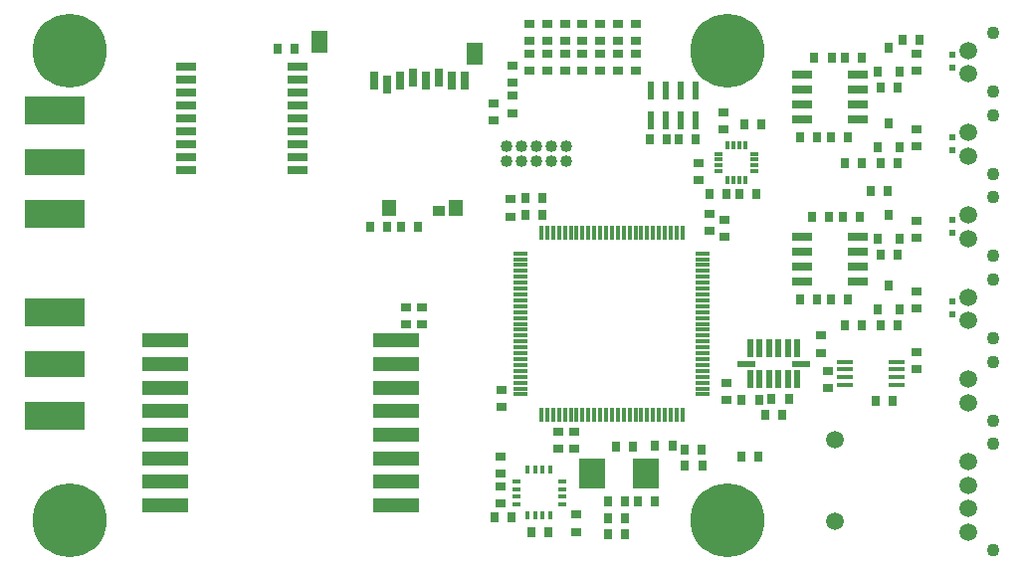
<source format=gts>
G04 #@! TF.FileFunction,Soldermask,Top*
%FSLAX46Y46*%
G04 Gerber Fmt 4.6, Leading zero omitted, Abs format (unit mm)*
G04 Created by KiCad (PCBNEW 0.201505061231+5645~23~ubuntu14.04.1-product) date Wed 06 May 2015 16:24:11 BST*
%MOMM*%
G01*
G04 APERTURE LIST*
%ADD10C,0.100000*%
%ADD11C,1.500000*%
%ADD12R,0.700000X0.950000*%
%ADD13R,0.950000X0.700000*%
%ADD14R,0.300000X1.200000*%
%ADD15R,1.200000X0.300000*%
%ADD16R,1.400000X0.400000*%
%ADD17R,0.550000X1.545000*%
%ADD18R,1.545000X0.550000*%
%ADD19R,0.300000X0.800000*%
%ADD20R,0.800000X0.300000*%
%ADD21R,0.600000X1.500000*%
%ADD22C,1.100000*%
%ADD23C,1.016000*%
%ADD24R,5.080000X2.286000*%
%ADD25R,5.080000X2.413000*%
%ADD26R,1.780000X0.720000*%
%ADD27R,0.700000X0.900000*%
%ADD28R,4.000000X1.300000*%
%ADD29R,2.300000X2.500000*%
%ADD30R,1.800000X0.700000*%
%ADD31R,1.800000X0.800000*%
%ADD32R,1.300000X1.400000*%
%ADD33R,1.000000X0.950000*%
%ADD34R,1.400000X1.900000*%
%ADD35R,0.800000X1.500000*%
%ADD36R,0.500000X0.600000*%
%ADD37C,6.300000*%
%ADD38C,0.600000*%
G04 APERTURE END LIST*
D10*
D11*
X167600000Y-85100000D03*
X167600000Y-78100000D03*
D12*
X141286400Y-59029600D03*
X142736400Y-59029600D03*
X152335400Y-78663800D03*
X153785400Y-78663800D03*
D13*
X144068800Y-77456200D03*
X144068800Y-78906200D03*
D12*
X156325400Y-80340200D03*
X154875400Y-80340200D03*
D13*
X156921200Y-60364200D03*
X156921200Y-58914200D03*
D12*
X148275000Y-83400000D03*
X149725000Y-83400000D03*
X152325000Y-83400000D03*
X150875000Y-83400000D03*
X156300000Y-78968600D03*
X154850000Y-78968600D03*
D13*
X139268200Y-75324800D03*
X139268200Y-73874800D03*
X145440400Y-77456200D03*
X145440400Y-78906200D03*
X158216600Y-60846800D03*
X158216600Y-59396800D03*
X158394400Y-73290600D03*
X158394400Y-74740600D03*
D12*
X142725000Y-57600000D03*
X141275000Y-57600000D03*
D13*
X140000000Y-59125000D03*
X140000000Y-57675000D03*
X174600000Y-72125000D03*
X174600000Y-70675000D03*
D12*
X171075000Y-74800000D03*
X172525000Y-74800000D03*
D13*
X167000000Y-72275000D03*
X167000000Y-73725000D03*
D12*
X120175000Y-44900000D03*
X121625000Y-44900000D03*
D13*
X132500000Y-68325000D03*
X132500000Y-66875000D03*
X131100000Y-68325000D03*
X131100000Y-66875000D03*
X138600000Y-49475000D03*
X138600000Y-50925000D03*
D12*
X159701400Y-74726800D03*
X161151400Y-74726800D03*
X148275000Y-84800000D03*
X149725000Y-84800000D03*
X163107200Y-76047600D03*
X161657200Y-76047600D03*
X148275000Y-86200000D03*
X149725000Y-86200000D03*
X163691400Y-74676000D03*
X162241400Y-74676000D03*
D13*
X139191000Y-79582800D03*
X139191000Y-81032800D03*
X139191000Y-83532800D03*
X139191000Y-82082800D03*
D12*
X151850300Y-52582500D03*
X153300300Y-52582500D03*
X159454400Y-57246000D03*
X160904400Y-57246000D03*
X159875000Y-51300000D03*
X161325000Y-51300000D03*
D13*
X158100000Y-50275000D03*
X158100000Y-51725000D03*
X150650000Y-44200000D03*
X150650000Y-42750000D03*
X149148000Y-44204400D03*
X149148000Y-42754400D03*
X144648000Y-44204400D03*
X144648000Y-42754400D03*
X143148000Y-44204400D03*
X143148000Y-42754400D03*
X147648000Y-44204400D03*
X147648000Y-42754400D03*
X146148000Y-44204400D03*
X146148000Y-42754400D03*
D14*
X142646400Y-76022200D03*
X143146400Y-76022200D03*
X143646400Y-76022200D03*
X144146400Y-76022200D03*
X144646400Y-76022200D03*
X145146400Y-76022200D03*
X145646400Y-76022200D03*
X146146400Y-76022200D03*
X146646400Y-76022200D03*
X147146400Y-76022200D03*
X147646400Y-76022200D03*
X148146400Y-76022200D03*
X148646400Y-76022200D03*
X149146400Y-76022200D03*
X149646400Y-76022200D03*
X150146400Y-76022200D03*
X150646400Y-76022200D03*
X151146400Y-76022200D03*
X151646400Y-76022200D03*
X152146400Y-76022200D03*
X152646400Y-76022200D03*
X153146400Y-76022200D03*
X153646400Y-76022200D03*
X154146400Y-76022200D03*
X154646400Y-76022200D03*
D15*
X156396400Y-74272200D03*
X156396400Y-73772200D03*
X156396400Y-73272200D03*
X156396400Y-72772200D03*
X156396400Y-72272200D03*
X156396400Y-71772200D03*
X156396400Y-71272200D03*
X156396400Y-70772200D03*
X156396400Y-70272200D03*
X156396400Y-69772200D03*
X156396400Y-69272200D03*
X156396400Y-68772200D03*
X156396400Y-68272200D03*
X156396400Y-67772200D03*
X156396400Y-67272200D03*
X156396400Y-66772200D03*
X156396400Y-66272200D03*
X156396400Y-65772200D03*
X156396400Y-65272200D03*
X156396400Y-64772200D03*
X156396400Y-64272200D03*
X156396400Y-63772200D03*
X156396400Y-63272200D03*
X156396400Y-62772200D03*
X156396400Y-62272200D03*
D14*
X154646400Y-60522200D03*
X154146400Y-60522200D03*
X153646400Y-60522200D03*
X153146400Y-60522200D03*
X152646400Y-60522200D03*
X152146400Y-60522200D03*
X151646400Y-60522200D03*
X151146400Y-60522200D03*
X150646400Y-60522200D03*
X150146400Y-60522200D03*
X149646400Y-60522200D03*
X149146400Y-60522200D03*
X148646400Y-60522200D03*
X148146400Y-60522200D03*
X147646400Y-60522200D03*
X147146400Y-60522200D03*
X146646400Y-60522200D03*
X146146400Y-60522200D03*
X145646400Y-60522200D03*
X145146400Y-60522200D03*
X144646400Y-60522200D03*
X144146400Y-60522200D03*
X143646400Y-60522200D03*
X143146400Y-60522200D03*
X142646400Y-60522200D03*
D15*
X140896400Y-62272200D03*
X140896400Y-62772200D03*
X140896400Y-63272200D03*
X140896400Y-63772200D03*
X140896400Y-64272200D03*
X140896400Y-64772200D03*
X140896400Y-65272200D03*
X140896400Y-65772200D03*
X140896400Y-66272200D03*
X140896400Y-66772200D03*
X140896400Y-67272200D03*
X140896400Y-67772200D03*
X140896400Y-68272200D03*
X140896400Y-68772200D03*
X140896400Y-69272200D03*
X140896400Y-69772200D03*
X140896400Y-70272200D03*
X140896400Y-70772200D03*
X140896400Y-71272200D03*
X140896400Y-71772200D03*
X140896400Y-72272200D03*
X140896400Y-72772200D03*
X140896400Y-73272200D03*
X140896400Y-73772200D03*
X140896400Y-74272200D03*
D16*
X168450000Y-71490000D03*
X168450000Y-72140000D03*
X168450000Y-72790000D03*
X168450000Y-73440000D03*
X172850000Y-73440000D03*
X172850000Y-72790000D03*
X172850000Y-72140000D03*
X172850000Y-71490000D03*
D17*
X160421800Y-72956400D03*
X161221800Y-72956400D03*
X162021800Y-72956400D03*
X162821800Y-72956400D03*
X163621800Y-72956400D03*
X164421800Y-72956400D03*
X164421800Y-70361400D03*
X163621800Y-70361400D03*
X162821800Y-70361400D03*
X162021800Y-70361400D03*
X161221800Y-70361400D03*
X160421800Y-70361400D03*
D18*
X160124300Y-71656400D03*
X164719300Y-71656400D03*
D19*
X141466000Y-84607800D03*
X142116000Y-84607800D03*
X142766000Y-84607800D03*
X143416000Y-84607800D03*
D20*
X144391000Y-83632800D03*
X144391000Y-82982800D03*
X144391000Y-82332800D03*
X144391000Y-81682800D03*
D19*
X143416000Y-80707800D03*
X142766000Y-80707800D03*
X142116000Y-80707800D03*
X141466000Y-80707800D03*
D20*
X140491000Y-81682800D03*
X140491000Y-82332800D03*
X140491000Y-82982800D03*
X140491000Y-83632800D03*
D21*
X151975300Y-50982500D03*
X153225300Y-50982500D03*
X154475300Y-50982500D03*
X154475300Y-48382500D03*
X153225300Y-48382500D03*
X151975300Y-48382500D03*
X155725300Y-50982500D03*
X155725300Y-48382500D03*
D19*
X158479400Y-56046000D03*
X158979400Y-56046000D03*
X159479400Y-56046000D03*
X159979400Y-56046000D03*
D20*
X160729400Y-55296000D03*
X160729400Y-54796000D03*
X160729400Y-54296000D03*
X160729400Y-53796000D03*
D19*
X159979400Y-53046000D03*
X159479400Y-53046000D03*
X158979400Y-53046000D03*
X158479400Y-53046000D03*
D20*
X157729400Y-53796000D03*
X157729400Y-54296000D03*
X157729400Y-54796000D03*
X157729400Y-55296000D03*
D11*
X179000000Y-73000000D03*
X179000000Y-75000000D03*
D22*
X181100000Y-71500000D03*
X181100000Y-76500000D03*
D11*
X179000000Y-80000000D03*
X179000000Y-82000000D03*
X179000000Y-84000000D03*
X179000000Y-86000000D03*
D22*
X181100000Y-78500000D03*
X181100000Y-87500000D03*
D23*
X144800000Y-53130000D03*
X144800000Y-54400000D03*
X143530000Y-53130000D03*
X143530000Y-54400000D03*
X142260000Y-53130000D03*
X142260000Y-54400000D03*
X140990000Y-53130000D03*
X140990000Y-54400000D03*
X139720000Y-53130000D03*
X139720000Y-54400000D03*
D24*
X101200000Y-54500000D03*
D25*
X101200000Y-58881500D03*
X101200000Y-50118500D03*
D24*
X101200000Y-71700000D03*
D25*
X101200000Y-76081500D03*
X101200000Y-67318500D03*
D11*
X179000000Y-66000000D03*
X179000000Y-68000000D03*
D22*
X181100000Y-64500000D03*
X181100000Y-69500000D03*
D11*
X179000000Y-59000000D03*
X179000000Y-61000000D03*
D22*
X181100000Y-57500000D03*
X181100000Y-62500000D03*
D11*
X179000000Y-52000000D03*
X179000000Y-54000000D03*
D22*
X181100000Y-50500000D03*
X181100000Y-55500000D03*
D11*
X179000000Y-45000000D03*
X179000000Y-47000000D03*
D22*
X181100000Y-43500000D03*
X181100000Y-48500000D03*
D26*
X164860000Y-60895000D03*
X164860000Y-62165000D03*
X164860000Y-63435000D03*
X164860000Y-64705000D03*
X169540000Y-64705000D03*
X169540000Y-63435000D03*
X169540000Y-62165000D03*
X169540000Y-60895000D03*
D27*
X172200000Y-65000000D03*
X171250000Y-67000000D03*
X173150000Y-67000000D03*
X172200000Y-51200000D03*
X171250000Y-53200000D03*
X173150000Y-53200000D03*
D26*
X164860000Y-47095000D03*
X164860000Y-48365000D03*
X164860000Y-49635000D03*
X164860000Y-50905000D03*
X169540000Y-50905000D03*
X169540000Y-49635000D03*
X169540000Y-48365000D03*
X169540000Y-47095000D03*
D27*
X172200000Y-59000000D03*
X171250000Y-61000000D03*
X173150000Y-61000000D03*
X172200000Y-44800000D03*
X171250000Y-46800000D03*
X173150000Y-46800000D03*
D12*
X148982600Y-78689200D03*
X150432600Y-78689200D03*
D13*
X140200000Y-46275000D03*
X140200000Y-47725000D03*
X140200000Y-50325000D03*
X140200000Y-48875000D03*
D12*
X129525000Y-60000000D03*
X128075000Y-60000000D03*
X130675000Y-60000000D03*
X132125000Y-60000000D03*
X164675000Y-66200000D03*
X166125000Y-66200000D03*
X164675000Y-52400000D03*
X166125000Y-52400000D03*
X168725000Y-66200000D03*
X167275000Y-66200000D03*
X168725000Y-52400000D03*
X167275000Y-52400000D03*
X171475000Y-68400000D03*
X172925000Y-68400000D03*
X171475000Y-54600000D03*
X172925000Y-54600000D03*
D13*
X174600000Y-65475000D03*
X174600000Y-66925000D03*
X174600000Y-51675000D03*
X174600000Y-53125000D03*
D12*
X169925000Y-68400000D03*
X168475000Y-68400000D03*
X169925000Y-54600000D03*
X168475000Y-54600000D03*
X165675000Y-59200000D03*
X167125000Y-59200000D03*
X165875000Y-45600000D03*
X167325000Y-45600000D03*
X169725000Y-59200000D03*
X168275000Y-59200000D03*
X169925000Y-45600000D03*
X168475000Y-45600000D03*
X171475000Y-62400000D03*
X172925000Y-62400000D03*
X171475000Y-48200000D03*
X172925000Y-48200000D03*
D13*
X174600000Y-59475000D03*
X174600000Y-60925000D03*
X174600000Y-45275000D03*
X174600000Y-46725000D03*
D12*
X172125000Y-57000000D03*
X170675000Y-57000000D03*
X174791200Y-44119800D03*
X173341200Y-44119800D03*
D13*
X150648000Y-46704400D03*
X150648000Y-45254400D03*
X149148000Y-46704400D03*
X149148000Y-45254400D03*
X144648000Y-46704400D03*
X144648000Y-45254400D03*
X143148000Y-46704400D03*
X143148000Y-45254400D03*
X147648000Y-46704400D03*
X147648000Y-45254400D03*
X146148000Y-46704400D03*
X146148000Y-45254400D03*
D12*
X141766000Y-85982800D03*
X143216000Y-85982800D03*
D13*
X145567400Y-85967400D03*
X145567400Y-84517400D03*
X166420800Y-70727400D03*
X166420800Y-69277400D03*
D12*
X140128500Y-84695300D03*
X138678500Y-84695300D03*
X158404400Y-57246000D03*
X156954400Y-57246000D03*
X154350300Y-52582500D03*
X155800300Y-52582500D03*
D13*
X156029400Y-54621000D03*
X156029400Y-56071000D03*
D28*
X130300000Y-69700000D03*
X130300000Y-71700000D03*
X130300000Y-73700000D03*
X130300000Y-75700000D03*
X130300000Y-77700000D03*
X130300000Y-79700000D03*
X130300000Y-81700000D03*
X130300000Y-83700000D03*
X110600000Y-69700000D03*
X110600000Y-71700000D03*
X110600000Y-73700000D03*
X110600000Y-75700000D03*
X110600000Y-77700000D03*
X110600000Y-79700000D03*
X110600000Y-81700000D03*
X110600000Y-83700000D03*
D29*
X146993000Y-81051400D03*
X151493000Y-81051400D03*
D30*
X112400000Y-46400000D03*
D31*
X112400000Y-47500000D03*
X112400000Y-48600000D03*
X112400000Y-49700000D03*
X112400000Y-50800000D03*
X112400000Y-51900000D03*
X112400000Y-53000000D03*
X112400000Y-54100000D03*
D30*
X112400000Y-55200000D03*
X121900000Y-46400000D03*
X121900000Y-55200000D03*
D31*
X121900000Y-47500000D03*
X121900000Y-48600000D03*
X121900000Y-49700000D03*
X121900000Y-50800000D03*
X121900000Y-51900000D03*
X121900000Y-53000000D03*
X121900000Y-54100000D03*
D32*
X135350000Y-58400000D03*
D33*
X133960000Y-58625000D03*
D32*
X129650000Y-58400000D03*
D34*
X136950000Y-45250000D03*
X123800000Y-44250000D03*
D35*
X136160000Y-47540000D03*
X135060000Y-47540000D03*
X133960000Y-47340000D03*
X132860000Y-47540000D03*
X131760000Y-47340000D03*
X130660000Y-47540000D03*
X129560000Y-47940000D03*
X128460000Y-47540000D03*
D36*
X177600000Y-66400000D03*
X177600000Y-67500000D03*
X177600000Y-59400000D03*
X177600000Y-60500000D03*
X177600000Y-52400000D03*
X177600000Y-53500000D03*
X177600000Y-45400000D03*
X177600000Y-46500000D03*
D37*
X158500000Y-85000000D03*
D38*
X158500000Y-82500000D03*
X161000000Y-85000000D03*
X158500000Y-87500000D03*
X156000000Y-85000000D03*
X156700000Y-83200000D03*
X160300000Y-83200000D03*
X156700000Y-86800000D03*
X160300000Y-86800000D03*
D37*
X158500000Y-45000000D03*
D38*
X158500000Y-42500000D03*
X161000000Y-45000000D03*
X158500000Y-47500000D03*
X156000000Y-45000000D03*
X156700000Y-43200000D03*
X160300000Y-43200000D03*
X156700000Y-46800000D03*
X160300000Y-46800000D03*
D37*
X102500000Y-45000000D03*
D38*
X102500000Y-42500000D03*
X105000000Y-45000000D03*
X102500000Y-47500000D03*
X100000000Y-45000000D03*
X100700000Y-43200000D03*
X104300000Y-43200000D03*
X100700000Y-46800000D03*
X104300000Y-46800000D03*
D37*
X102500000Y-85000000D03*
D38*
X102500000Y-82500000D03*
X105000000Y-85000000D03*
X102500000Y-87500000D03*
X100000000Y-85000000D03*
X100700000Y-83200000D03*
X104300000Y-83200000D03*
X100700000Y-86800000D03*
X104300000Y-86800000D03*
D12*
X161125000Y-79600000D03*
X159675000Y-79600000D03*
D13*
X141650000Y-44200000D03*
X141650000Y-42750000D03*
X141650000Y-46700000D03*
X141650000Y-45250000D03*
M02*

</source>
